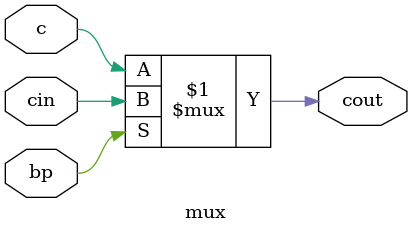
<source format=v>
`timescale 1ns / 1ps


module mux(c,cin,bp,cout);

input c,cin,bp;
output cout;


assign cout=bp?cin:c;


endmodule

</source>
